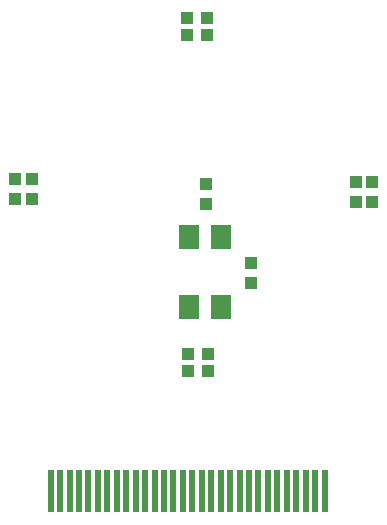
<source format=gbp>
%FSLAX24Y24*%
%MOIN*%
G70*
G01*
G75*
G04 Layer_Color=128*
%ADD10C,0.0060*%
%ADD11C,0.0100*%
%ADD12C,0.0140*%
%ADD13C,0.0200*%
%ADD14R,0.0197X0.1417*%
%ADD15R,0.0433X0.0394*%
%ADD16R,0.0276X0.0571*%
%ADD17R,0.0394X0.0433*%
%ADD18R,0.0400X0.1000*%
G04:AMPARAMS|DCode=19|XSize=31.5mil|YSize=74.8mil|CornerRadius=0mil|HoleSize=0mil|Usage=FLASHONLY|Rotation=135.000|XOffset=0mil|YOffset=0mil|HoleType=Round|Shape=Round|*
%AMOVALD19*
21,1,0.0433,0.0315,0.0000,0.0000,225.0*
1,1,0.0315,0.0153,0.0153*
1,1,0.0315,-0.0153,-0.0153*
%
%ADD19OVALD19*%

G04:AMPARAMS|DCode=20|XSize=31.5mil|YSize=74.8mil|CornerRadius=0mil|HoleSize=0mil|Usage=FLASHONLY|Rotation=45.000|XOffset=0mil|YOffset=0mil|HoleType=Round|Shape=Round|*
%AMOVALD20*
21,1,0.0433,0.0315,0.0000,0.0000,135.0*
1,1,0.0315,0.0153,-0.0153*
1,1,0.0315,-0.0153,0.0153*
%
%ADD20OVALD20*%

G04:AMPARAMS|DCode=21|XSize=39.4mil|YSize=43.3mil|CornerRadius=0mil|HoleSize=0mil|Usage=FLASHONLY|Rotation=45.000|XOffset=0mil|YOffset=0mil|HoleType=Round|Shape=Rectangle|*
%AMROTATEDRECTD21*
4,1,4,0.0014,-0.0292,-0.0292,0.0014,-0.0014,0.0292,0.0292,-0.0014,0.0014,-0.0292,0.0*
%
%ADD21ROTATEDRECTD21*%

%ADD22C,0.0705*%
%ADD23R,0.0530X0.0530*%
%ADD24C,0.0530*%
%ADD25C,0.0240*%
%ADD26C,0.0400*%
%ADD27C,0.1500*%
%ADD28C,0.0400*%
G04:AMPARAMS|DCode=29|XSize=94mil|YSize=94mil|CornerRadius=0mil|HoleSize=0mil|Usage=FLASHONLY|Rotation=0.000|XOffset=0mil|YOffset=0mil|HoleType=Round|Shape=Relief|Width=8mil|Gap=10mil|Entries=4|*
%AMTHD29*
7,0,0,0.0940,0.0740,0.0080,45*
%
%ADD29THD29*%
%ADD30C,0.0780*%
%ADD31C,0.0594*%
G04:AMPARAMS|DCode=32|XSize=75.433mil|YSize=75.433mil|CornerRadius=0mil|HoleSize=0mil|Usage=FLASHONLY|Rotation=0.000|XOffset=0mil|YOffset=0mil|HoleType=Round|Shape=Relief|Width=8mil|Gap=10mil|Entries=4|*
%AMTHD32*
7,0,0,0.0754,0.0554,0.0080,45*
%
%ADD32THD32*%
%ADD33C,0.0320*%
%ADD34C,0.0440*%
%ADD35R,0.0669X0.0827*%
%ADD36C,0.0197*%
%ADD37C,0.0098*%
%ADD38C,0.0010*%
%ADD39C,0.0050*%
%ADD40C,0.0079*%
%ADD41R,0.0257X0.1477*%
%ADD42C,0.0765*%
%ADD43R,0.0729X0.0887*%
D14*
X3933Y-3213D02*
D03*
X3618D02*
D03*
X2988D02*
D03*
X3303D02*
D03*
X2358D02*
D03*
X2673D02*
D03*
X5822D02*
D03*
X5507D02*
D03*
X4878D02*
D03*
X5193D02*
D03*
X4248D02*
D03*
X4563D02*
D03*
X7712D02*
D03*
X7397D02*
D03*
X6767D02*
D03*
X7082D02*
D03*
X6137D02*
D03*
X6452D02*
D03*
X8027D02*
D03*
X8657D02*
D03*
X8342D02*
D03*
X9287D02*
D03*
X8972D02*
D03*
X9602D02*
D03*
X9917D02*
D03*
X2043D02*
D03*
X1413D02*
D03*
X1728D02*
D03*
X783D02*
D03*
X1098D02*
D03*
D15*
X5985Y12000D02*
D03*
X5315D02*
D03*
X5365Y1350D02*
D03*
X6035D02*
D03*
X5985Y12550D02*
D03*
X5315D02*
D03*
X5365Y800D02*
D03*
X6035Y800D02*
D03*
D17*
X-400Y7185D02*
D03*
Y6515D02*
D03*
X11500Y6415D02*
D03*
Y7085D02*
D03*
X10950Y6415D02*
D03*
Y7085D02*
D03*
X150Y7185D02*
D03*
Y6515D02*
D03*
X5950Y6365D02*
D03*
Y7035D02*
D03*
X7450Y3715D02*
D03*
Y4385D02*
D03*
D35*
X6463Y2927D02*
D03*
Y5250D02*
D03*
X5400Y2927D02*
D03*
Y5250D02*
D03*
M02*

</source>
